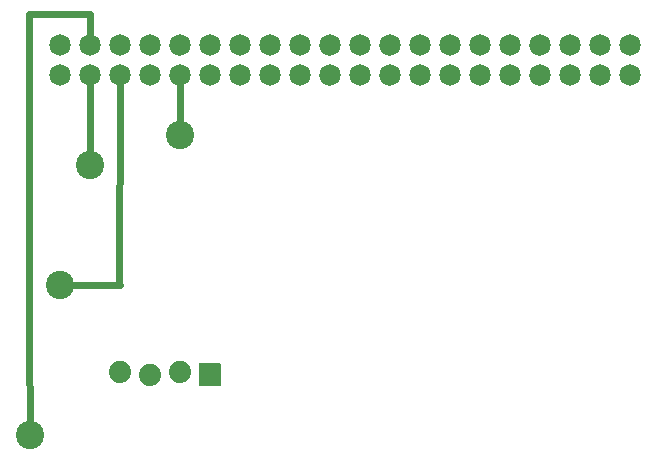
<source format=gtl>
G04 MADE WITH FRITZING*
G04 WWW.FRITZING.ORG*
G04 DOUBLE SIDED*
G04 HOLES PLATED*
G04 CONTOUR ON CENTER OF CONTOUR VECTOR*
%ASAXBY*%
%FSLAX23Y23*%
%MOIN*%
%OFA0B0*%
%SFA1.0B1.0*%
%ADD10C,0.094488*%
%ADD11C,0.074000*%
%ADD12C,0.071889*%
%ADD13C,0.071917*%
%ADD14C,0.024000*%
%ADD15R,0.001000X0.001000*%
%LNCOPPER1*%
G90*
G70*
G54D10*
X174Y564D03*
X574Y1064D03*
X74Y64D03*
G54D11*
X674Y264D03*
X574Y274D03*
X474Y264D03*
X374Y274D03*
X674Y264D03*
X574Y274D03*
X474Y264D03*
X374Y274D03*
G54D12*
X174Y1264D03*
X274Y1264D03*
X374Y1264D03*
X474Y1264D03*
G54D13*
X574Y1264D03*
G54D12*
X674Y1264D03*
X774Y1264D03*
X874Y1264D03*
X974Y1264D03*
G54D13*
X1074Y1264D03*
G54D12*
X1174Y1264D03*
G54D13*
X1274Y1264D03*
G54D12*
X1374Y1264D03*
X1474Y1264D03*
X1574Y1264D03*
X1674Y1264D03*
G54D13*
X1774Y1264D03*
G54D12*
X1874Y1264D03*
X1974Y1264D03*
X2074Y1264D03*
X2074Y1364D03*
X1974Y1364D03*
X1874Y1364D03*
G54D13*
X1774Y1364D03*
G54D12*
X1674Y1364D03*
X1574Y1364D03*
X1474Y1364D03*
X1374Y1364D03*
G54D13*
X1274Y1364D03*
G54D12*
X1174Y1364D03*
G54D13*
X1074Y1364D03*
G54D12*
X974Y1364D03*
X874Y1364D03*
X774Y1364D03*
X674Y1364D03*
G54D13*
X574Y1364D03*
G54D12*
X474Y1364D03*
X374Y1364D03*
X274Y1364D03*
X174Y1364D03*
G54D10*
X274Y964D03*
G54D14*
X201Y564D02*
X373Y562D01*
D02*
X372Y563D02*
X374Y1231D01*
D02*
X373Y562D02*
X372Y563D01*
D02*
X72Y366D02*
X72Y863D01*
D02*
X72Y1466D02*
X273Y1466D01*
D02*
X273Y1466D02*
X274Y1397D01*
D02*
X72Y863D02*
X72Y1466D01*
D02*
X74Y91D02*
X72Y366D01*
D02*
X274Y1231D02*
X274Y991D01*
D02*
X574Y1231D02*
X574Y1091D01*
G54D15*
X637Y302D02*
X709Y302D01*
X637Y301D02*
X710Y301D01*
X637Y300D02*
X710Y300D01*
X637Y299D02*
X710Y299D01*
X637Y298D02*
X710Y298D01*
X637Y297D02*
X710Y297D01*
X637Y296D02*
X710Y296D01*
X637Y295D02*
X710Y295D01*
X637Y294D02*
X710Y294D01*
X637Y293D02*
X710Y293D01*
X637Y292D02*
X710Y292D01*
X637Y291D02*
X710Y291D01*
X637Y290D02*
X710Y290D01*
X637Y289D02*
X710Y289D01*
X637Y288D02*
X710Y288D01*
X637Y287D02*
X710Y287D01*
X637Y286D02*
X710Y286D01*
X637Y285D02*
X670Y285D01*
X676Y285D02*
X710Y285D01*
X637Y284D02*
X666Y284D01*
X680Y284D02*
X710Y284D01*
X637Y283D02*
X664Y283D01*
X683Y283D02*
X710Y283D01*
X637Y282D02*
X662Y282D01*
X684Y282D02*
X710Y282D01*
X637Y281D02*
X660Y281D01*
X686Y281D02*
X710Y281D01*
X637Y280D02*
X659Y280D01*
X687Y280D02*
X710Y280D01*
X637Y279D02*
X658Y279D01*
X688Y279D02*
X710Y279D01*
X637Y278D02*
X657Y278D01*
X689Y278D02*
X710Y278D01*
X637Y277D02*
X657Y277D01*
X690Y277D02*
X710Y277D01*
X637Y276D02*
X656Y276D01*
X690Y276D02*
X710Y276D01*
X637Y275D02*
X655Y275D01*
X691Y275D02*
X710Y275D01*
X637Y274D02*
X655Y274D01*
X691Y274D02*
X710Y274D01*
X637Y273D02*
X654Y273D01*
X692Y273D02*
X710Y273D01*
X637Y272D02*
X654Y272D01*
X692Y272D02*
X710Y272D01*
X637Y271D02*
X654Y271D01*
X693Y271D02*
X710Y271D01*
X637Y270D02*
X653Y270D01*
X693Y270D02*
X710Y270D01*
X637Y269D02*
X653Y269D01*
X693Y269D02*
X710Y269D01*
X637Y268D02*
X653Y268D01*
X693Y268D02*
X710Y268D01*
X637Y267D02*
X653Y267D01*
X693Y267D02*
X710Y267D01*
X637Y266D02*
X653Y266D01*
X694Y266D02*
X710Y266D01*
X637Y265D02*
X653Y265D01*
X694Y265D02*
X710Y265D01*
X637Y264D02*
X653Y264D01*
X693Y264D02*
X710Y264D01*
X637Y263D02*
X653Y263D01*
X693Y263D02*
X710Y263D01*
X637Y262D02*
X653Y262D01*
X693Y262D02*
X710Y262D01*
X637Y261D02*
X653Y261D01*
X693Y261D02*
X710Y261D01*
X637Y260D02*
X653Y260D01*
X693Y260D02*
X710Y260D01*
X637Y259D02*
X654Y259D01*
X693Y259D02*
X710Y259D01*
X637Y258D02*
X654Y258D01*
X692Y258D02*
X710Y258D01*
X637Y257D02*
X654Y257D01*
X692Y257D02*
X710Y257D01*
X637Y256D02*
X655Y256D01*
X691Y256D02*
X710Y256D01*
X637Y255D02*
X656Y255D01*
X691Y255D02*
X710Y255D01*
X637Y254D02*
X656Y254D01*
X690Y254D02*
X710Y254D01*
X637Y253D02*
X657Y253D01*
X689Y253D02*
X710Y253D01*
X637Y252D02*
X658Y252D01*
X688Y252D02*
X710Y252D01*
X637Y251D02*
X659Y251D01*
X688Y251D02*
X710Y251D01*
X637Y250D02*
X660Y250D01*
X686Y250D02*
X710Y250D01*
X637Y249D02*
X661Y249D01*
X685Y249D02*
X710Y249D01*
X637Y248D02*
X663Y248D01*
X684Y248D02*
X710Y248D01*
X637Y247D02*
X664Y247D01*
X682Y247D02*
X710Y247D01*
X637Y246D02*
X667Y246D01*
X679Y246D02*
X710Y246D01*
X637Y245D02*
X710Y245D01*
X637Y244D02*
X710Y244D01*
X637Y243D02*
X710Y243D01*
X637Y242D02*
X710Y242D01*
X637Y241D02*
X710Y241D01*
X637Y240D02*
X710Y240D01*
X637Y239D02*
X710Y239D01*
X637Y238D02*
X710Y238D01*
X637Y237D02*
X710Y237D01*
X637Y236D02*
X710Y236D01*
X637Y235D02*
X710Y235D01*
X637Y234D02*
X710Y234D01*
X637Y233D02*
X710Y233D01*
X637Y232D02*
X710Y232D01*
X637Y231D02*
X710Y231D01*
X637Y230D02*
X710Y230D01*
X637Y229D02*
X710Y229D01*
D02*
G04 End of Copper1*
M02*
</source>
